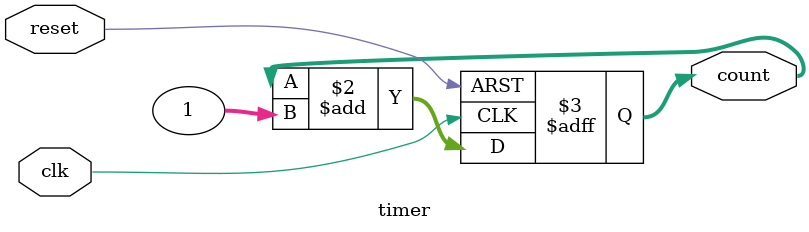
<source format=v>
module timer(
	input clk,				// 时钟信号
    input reset,			// 重置信号
    output reg [31:0] count		// 计时器输出
);
    always @(posedge clk or posedge reset) begin
        if (reset)
            count <= 0;
        else
            count <= count + 1;
    end
    
endmodule
</source>
